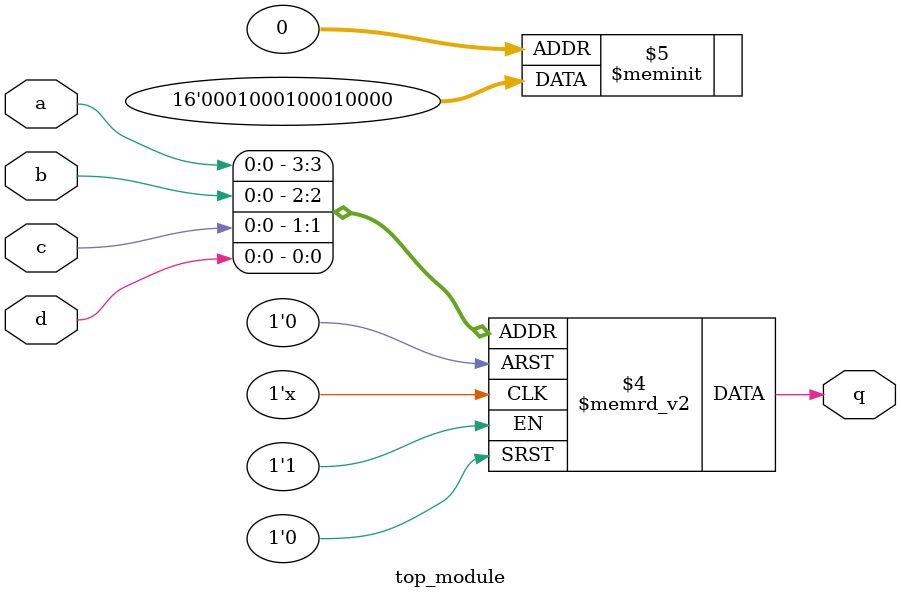
<source format=sv>
module top_module (
  input a, 
  input b, 
  input c, 
  input d,
  output reg q
);

  always @* begin
    case ({a, b, c, d})
      4'b0000 : q = 1'b0;  // Changed assignment from 1 to 0
      4'b0001 : q = 1'b0;
      4'b0010 : q = 1'b0;
      4'b0011 : q = 1'b0;
      4'b0100 : q = 1'b1;  // Changed assignment from 0 to 1
      4'b0101 : q = 1'b0;
      4'b0110 : q = 1'b0;
      4'b0111 : q = 1'b0;
      4'b1000 : q = 1'b1;  // Changed assignment from 0 to 1
      4'b1001 : q = 1'b0;
      4'b1010 : q = 1'b0;
      4'b1011 : q = 1'b0;
      4'b1100 : q = 1'b1;  // Changed assignment from 0 to 1
      4'b1101 : q = 1'b0;
      4'b1110 : q = 1'b0;
      4'b1111 : q = 1'b0;
    endcase
  end

endmodule

</source>
